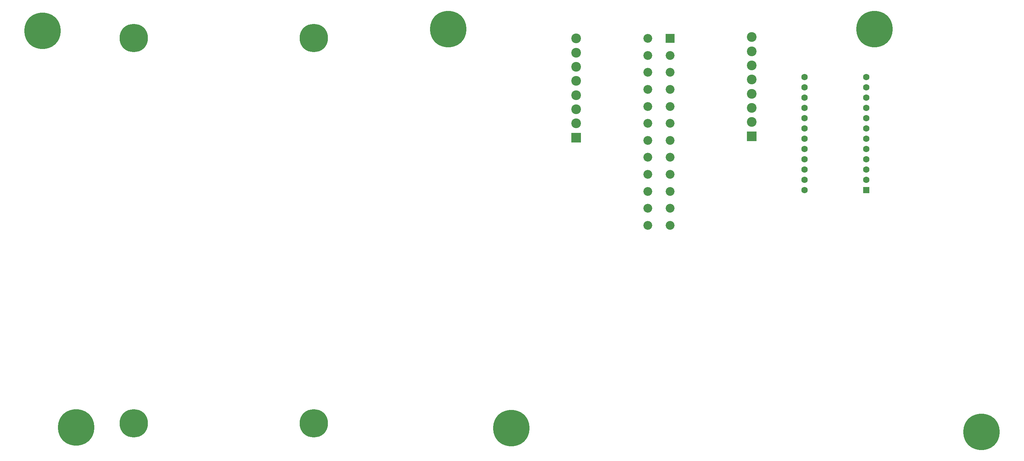
<source format=gbr>
%TF.GenerationSoftware,KiCad,Pcbnew,(5.1.10)-1*%
%TF.CreationDate,2022-08-08T15:03:28-05:00*%
%TF.ProjectId,GEN 1 PSU CARD,47454e20-3120-4505-9355-20434152442e,rev?*%
%TF.SameCoordinates,Original*%
%TF.FileFunction,Soldermask,Top*%
%TF.FilePolarity,Negative*%
%FSLAX46Y46*%
G04 Gerber Fmt 4.6, Leading zero omitted, Abs format (unit mm)*
G04 Created by KiCad (PCBNEW (5.1.10)-1) date 2022-08-08 15:03:28*
%MOMM*%
%LPD*%
G01*
G04 APERTURE LIST*
%ADD10C,0.800000*%
%ADD11C,7.000000*%
%ADD12C,9.000000*%
%ADD13C,2.175000*%
%ADD14R,2.175000X2.175000*%
%ADD15C,1.600000*%
%ADD16R,1.600000X1.600000*%
%ADD17C,2.400000*%
%ADD18R,2.400000X2.400000*%
G04 APERTURE END LIST*
D10*
%TO.C,REF\u002A\u002A*%
X99377445Y-49917845D03*
X98608600Y-51774000D03*
X99377445Y-53630155D03*
X101233600Y-54399000D03*
X103089755Y-53630155D03*
X103858600Y-51774000D03*
X103089755Y-49917845D03*
X101233600Y-49149000D03*
D11*
X101233600Y-51774000D03*
%TD*%
D12*
%TO.C,REF\u002A\u002A*%
X266034520Y-149098000D03*
%TD*%
%TO.C,REF\u002A\u002A*%
X239654080Y-49509680D03*
%TD*%
%TO.C,REF\u002A\u002A*%
X134391400Y-49570640D03*
%TD*%
%TO.C,REF\u002A\u002A*%
X149931120Y-148209000D03*
%TD*%
%TO.C,REF\u002A\u002A*%
X34254440Y-49956720D03*
%TD*%
%TO.C,REF\u002A\u002A*%
X42550080Y-148056600D03*
%TD*%
D13*
%TO.C,J4*%
X183669040Y-98041400D03*
X189169040Y-98041400D03*
X183669040Y-93841400D03*
X189169040Y-93841400D03*
X183669040Y-89641400D03*
X189169040Y-89641400D03*
X183669040Y-85441400D03*
X189169040Y-85441400D03*
X183669040Y-81241400D03*
X189169040Y-81241400D03*
X183669040Y-77041400D03*
X189169040Y-77041400D03*
X183669040Y-72841400D03*
X189169040Y-72841400D03*
X183669040Y-68641400D03*
X189169040Y-68641400D03*
X183669040Y-64441400D03*
X189169040Y-64441400D03*
X183669040Y-60241400D03*
X189169040Y-60241400D03*
X183669040Y-56041400D03*
X189169040Y-56041400D03*
X183669040Y-51841400D03*
D14*
X189169040Y-51841400D03*
%TD*%
D11*
%TO.C,REF\u002A\u002A*%
X101233600Y-147024000D03*
D10*
X101233600Y-144399000D03*
X103089755Y-145167845D03*
X103858600Y-147024000D03*
X103089755Y-148880155D03*
X101233600Y-149649000D03*
X99377445Y-148880155D03*
X98608600Y-147024000D03*
X99377445Y-145167845D03*
%TD*%
%TO.C,REF\u002A\u002A*%
X54927445Y-49917845D03*
X54158600Y-51774000D03*
X54927445Y-53630155D03*
X56783600Y-54399000D03*
X58639755Y-53630155D03*
X59408600Y-51774000D03*
X58639755Y-49917845D03*
X56783600Y-49149000D03*
D11*
X56783600Y-51774000D03*
%TD*%
D10*
%TO.C,REF\u002A\u002A*%
X54927445Y-145167845D03*
X54158600Y-147024000D03*
X54927445Y-148880155D03*
X56783600Y-149649000D03*
X58639755Y-148880155D03*
X59408600Y-147024000D03*
X58639755Y-145167845D03*
X56783600Y-144399000D03*
D11*
X56783600Y-147024000D03*
%TD*%
D15*
%TO.C,U1*%
X222402400Y-89306400D03*
X222402400Y-86766400D03*
X222402400Y-84226400D03*
X222402400Y-81686400D03*
X222402400Y-79146400D03*
X222402400Y-76606400D03*
X222402400Y-74066400D03*
X222402400Y-71526400D03*
X222402400Y-68986400D03*
X222402400Y-66446400D03*
X222402400Y-63906400D03*
X222402400Y-61366400D03*
X237642400Y-61366400D03*
X237642400Y-63906400D03*
X237642400Y-66446400D03*
X237642400Y-68986400D03*
X237642400Y-71526400D03*
X237642400Y-74066400D03*
X237642400Y-76606400D03*
X237642400Y-79146400D03*
X237642400Y-81686400D03*
X237642400Y-84226400D03*
X237642400Y-86766400D03*
D16*
X237642400Y-89306400D03*
%TD*%
D17*
%TO.C,J3*%
X165968680Y-51851800D03*
X165968680Y-55351800D03*
X165968680Y-58851800D03*
X165968680Y-62351800D03*
X165968680Y-65851800D03*
X165968680Y-69351800D03*
X165968680Y-72851800D03*
D18*
X165968680Y-76351800D03*
%TD*%
D17*
%TO.C,J2*%
X209285840Y-51516520D03*
X209285840Y-55016520D03*
X209285840Y-58516520D03*
X209285840Y-62016520D03*
X209285840Y-65516520D03*
X209285840Y-69016520D03*
X209285840Y-72516520D03*
D18*
X209285840Y-76016520D03*
%TD*%
M02*

</source>
